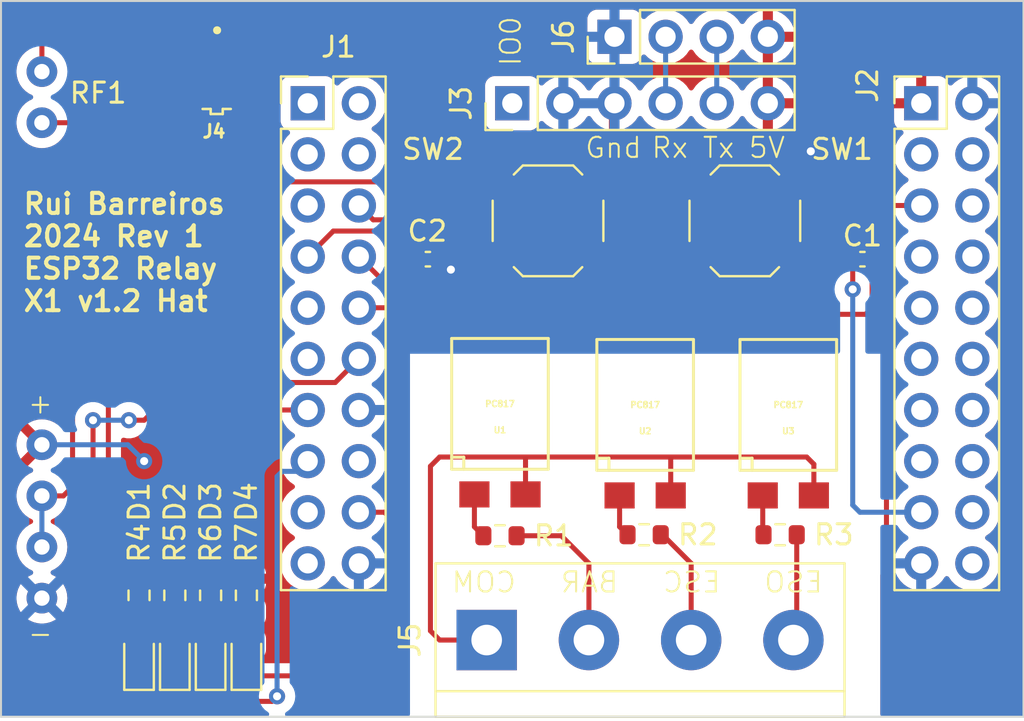
<source format=kicad_pcb>
(kicad_pcb (version 20240108) (generator "pcbnew") (generator_version "8.0")
  (layers (0 "F.Cu" signal) (31 "B.Cu" signal) (34 "B.Paste" user) (35 "F.Paste" user) (36 "B.SilkS" user "B.Silkscreen") (37 "F.SilkS" user "F.Silkscreen") (38 "B.Mask" user) (39 "F.Mask" user) (44 "Edge.Cuts" user))
  (net 0 "")
  (net 5 "ENDSTOP_OPEN")
  (net 6 "EN")
  (net 7 "ENDSTOP_CLOSED")
  (net 9 "BARRIER")
  (net 11 "PGM")
  (net 12 "Net-(D1-A)")
  (net 13 "GNDREF")
  (net 14 "STATUS_LED")
  (net 17 "Net-(D2-A)")
  (net 31 "ENDSTOP_O_LED")
  (net 34 "GND")
  (net 35 "Net-(R1-Pad2)")
  (net 36 "Net-(R2-Pad2)")
  (net 37 "Net-(R3-Pad2)")
  (net 38 "ENDSTOP_C_LED")
  (net 39 "Net-(D3-A)")
  (net 40 "BARRIER_LED")
  (net 41 "Net-(D4-A)")
  (net 43 "+5V")
  (net 44 "DATA")
  (net 45 "Net-(J5-Pin_2)")
  (net 46 "Net-(J5-Pin_3)")
  (net 47 "Net-(J5-Pin_4)")
  (net 48 "Net-(J3-Pin_4)")
  (net 49 "Net-(J3-Pin_5)")
  (net 52 "Net-(J4-Pin_2)")
  (net 53 "Net-(J4-Pin_1)")
  (footprint "Capacitor_SMD:C_0402_1005Metric" (layer "F.Cu") (at 135.509 58.547)
    (property "Reference" "C2" (at -0.028 -1.397 360) (layer "F.SilkS"))
    (property "Value" "100nF" (hide yes))
    (fp_line (start -0.107836 -0.36) (end 0.107836 -0.36) (stroke (width 0.12)) (layer "F.SilkS"))
    (fp_line (start -0.107836 0.36) (end 0.107836 0.36) (stroke (width 0.12)) (layer "F.SilkS"))
    (pad "1" smd roundrect (at -0.48 0) (size 0.56 0.62) (layers "F.Cu" "F.Paste" "F.Mask") (net 11 "PGM"))
    (pad "2" smd roundrect (at 0.48 0) (size 0.56 0.62) (layers "F.Cu" "F.Paste" "F.Mask") (net 13 "GNDREF"))
  )
  (footprint "buttler:RXB12" (layer "F.Cu") (at 117.094 61.722 -90)
    (property "Reference" "RF1" (at -11.43 -2.032 0) (layer "F.SilkS"))
    (property "Value" "~")
    (pad "1" thru_hole circle (at -12.4948 0.762 270) (size 1.524 1.524) (drill 0.762) (layers "*.Cu" "*.Mask") (net 53 "Net-(J4-Pin_1)"))
    (pad "2" thru_hole circle (at -9.9548 0.762 270) (size 1.524 1.524) (drill 0.762) (layers "*.Cu" "*.Mask") (net 52 "Net-(J4-Pin_2)"))
    (pad "3" thru_hole circle (at 6.0452 0.762 270) (size 1.524 1.524) (drill 0.762) (layers "*.Cu" "*.Mask") (net 43 "+5V"))
    (pad "4" thru_hole circle (at 8.5852 0.762 270) (size 1.524 1.524) (drill 0.762) (layers "*.Cu" "*.Mask") (net 44 "DATA"))
    (pad "5" thru_hole circle (at 11.1252 0.762 270) (size 1.524 1.524) (drill 0.762) (layers "*.Cu" "*.Mask") (net 44 "DATA"))
    (pad "6" thru_hole circle (at 13.6652 0.762 270) (size 1.524 1.524) (drill 0.762) (layers "*.Cu" "*.Mask") (net 13 "GNDREF"))
  )
  (footprint "Button_Switch_SMD:SW_SPST_TL3342" (layer "F.Cu") (at 141.478 56.642)
    (property "Reference" "SW2" (at -5.715 -3.556 180) (layer "F.SilkS"))
    (property "Value" "Pgm/Factory")
    (fp_line (start -2.75 -1) (end -2.75 1) (stroke (width 0.12)) (layer "F.SilkS"))
    (fp_line (start -1.7 -2.3) (end -1.25 -2.75) (stroke (width 0.12)) (layer "F.SilkS"))
    (fp_line (start -1.7 2.3) (end -1.25 2.75) (stroke (width 0.12)) (layer "F.SilkS"))
    (fp_line (start -1.25 -2.75) (end 1.25 -2.75) (stroke (width 0.12)) (layer "F.SilkS"))
    (fp_line (start -1.25 2.75) (end 1.25 2.75) (stroke (width 0.12)) (layer "F.SilkS"))
    (fp_line (start 1.7 -2.3) (end 1.25 -2.75) (stroke (width 0.12)) (layer "F.SilkS"))
    (fp_line (start 1.7 2.3) (end 1.25 2.75) (stroke (width 0.12)) (layer "F.SilkS"))
    (fp_line (start 2.75 -1) (end 2.75 1) (stroke (width 0.12)) (layer "F.SilkS"))
    (pad "1" smd rect (at -3.15 -1.9) (size 1.7 1) (layers "F.Cu" "F.Paste" "F.Mask") (net 13 "GNDREF"))
    (pad "1" smd rect (at 3.15 -1.9) (size 1.7 1) (layers "F.Cu" "F.Paste" "F.Mask") (net 13 "GNDREF"))
    (pad "2" smd rect (at -3.15 1.9) (size 1.7 1) (layers "F.Cu" "F.Paste" "F.Mask") (net 11 "PGM"))
    (pad "2" smd rect (at 3.15 1.9) (size 1.7 1) (layers "F.Cu" "F.Paste" "F.Mask") (net 11 "PGM"))
  )
  (footprint "LED_SMD:LED_0603_1608Metric" (layer "F.Cu") (at 122.936 78.4605 90)
    (property "Reference" "D2" (at 7.8485 0 90) (layer "F.SilkS"))
    (property "Value" "LED" (hide yes))
    (fp_line (start 0.8 -0.735) (end -1.485 -0.735) (stroke (width 0.12)) (layer "F.SilkS"))
    (fp_line (start -1.485 -0.735) (end -1.485 0.735) (stroke (width 0.12)) (layer "F.SilkS"))
    (fp_line (start -1.485 0.735) (end 0.8 0.735) (stroke (width 0.12)) (layer "F.SilkS"))
    (pad "1" smd roundrect (at -0.7875 0 90) (size 0.875 0.95) (layers "F.Cu" "F.Paste" "F.Mask") (net 31 "ENDSTOP_O_LED"))
    (pad "2" smd roundrect (at 0.7875 0 90) (size 0.875 0.95) (layers "F.Cu" "F.Paste" "F.Mask") (net 17 "Net-(D2-A)"))
  )
  (footprint "LED_SMD:LED_0603_1608Metric" (layer "F.Cu") (at 121.158 78.4605 90)
    (property "Reference" "D1" (at 7.8485 0 90) (layer "F.SilkS"))
    (property "Value" "LED" (hide yes))
    (fp_line (start 0.8 -0.735) (end -1.485 -0.735) (stroke (width 0.12)) (layer "F.SilkS"))
    (fp_line (start -1.485 -0.735) (end -1.485 0.735) (stroke (width 0.12)) (layer "F.SilkS"))
    (fp_line (start -1.485 0.735) (end 0.8 0.735) (stroke (width 0.12)) (layer "F.SilkS"))
    (pad "1" smd roundrect (at -0.7875 0 90) (size 0.875 0.95) (layers "F.Cu" "F.Paste" "F.Mask") (net 14 "STATUS_LED"))
    (pad "2" smd roundrect (at 0.7875 0 90) (size 0.875 0.95) (layers "F.Cu" "F.Paste" "F.Mask") (net 12 "Net-(D1-A)"))
  )
  (footprint "LED_SMD:LED_0603_1608Metric" (layer "F.Cu") (at 124.714 78.4605 90)
    (property "Reference" "D3" (at 7.8485 0 90) (layer "F.SilkS"))
    (property "Value" "LED" (hide yes))
    (fp_line (start 0.8 -0.735) (end -1.485 -0.735) (stroke (width 0.12)) (layer "F.SilkS"))
    (fp_line (start -1.485 -0.735) (end -1.485 0.735) (stroke (width 0.12)) (layer "F.SilkS"))
    (fp_line (start -1.485 0.735) (end 0.8 0.735) (stroke (width 0.12)) (layer "F.SilkS"))
    (pad "1" smd roundrect (at -0.7875 0 90) (size 0.875 0.95) (layers "F.Cu" "F.Paste" "F.Mask") (net 38 "ENDSTOP_C_LED"))
    (pad "2" smd roundrect (at 0.7875 0 90) (size 0.875 0.95) (layers "F.Cu" "F.Paste" "F.Mask") (net 39 "Net-(D3-A)"))
  )
  (footprint "Resistor_SMD:R_0603_1608Metric" (layer "F.Cu") (at 122.936 75.248 -90)
    (property "Reference" "R5" (at -2.604 0 90) (layer "F.SilkS"))
    (property "Value" "330r" (hide yes))
    (fp_line (start -0.237258 0.5225) (end 0.237258 0.5225) (stroke (width 0.12)) (layer "F.SilkS"))
    (fp_line (start -0.237258 -0.5225) (end 0.237258 -0.5225) (stroke (width 0.12)) (layer "F.SilkS"))
    (pad "1" smd roundrect (at -0.825 0 270) (size 0.8 0.95) (layers "F.Cu" "F.Paste" "F.Mask") (net 43 "+5V"))
    (pad "2" smd roundrect (at 0.825 0 270) (size 0.8 0.95) (layers "F.Cu" "F.Paste" "F.Mask") (net 17 "Net-(D2-A)"))
  )
  (footprint "Resistor_SMD:R_0603_1608Metric" (layer "F.Cu") (at 139.0904 72.2884 180)
    (property "Reference" "R1" (at -2.667 0 180) (layer "F.SilkS"))
    (property "Value" "330R" (hide yes))
    (fp_line (start -0.237258 0.5225) (end 0.237258 0.5225) (stroke (width 0.12)) (layer "F.SilkS"))
    (fp_line (start -0.237258 -0.5225) (end 0.237258 -0.5225) (stroke (width 0.12)) (layer "F.SilkS"))
    (pad "1" smd roundrect (at -0.825 0 180) (size 0.8 0.95) (layers "F.Cu" "F.Paste" "F.Mask") (net 45 "Net-(J5-Pin_2)"))
    (pad "2" smd roundrect (at 0.825 0 180) (size 0.8 0.95) (layers "F.Cu" "F.Paste" "F.Mask") (net 35 "Net-(R1-Pad2)"))
  )
  (footprint "schematic:OPTO-SMD4" (layer "F.Cu") (at 139.0904 65.7352)
    (property "Reference" "U1" (at 0 1.30048 360) (layer "F.SilkS") (effects (font (size 0.29972 0.29972) (thickness 0.0762))))
    (property "Value" "PC817" (at 0 0 360) (layer "F.SilkS") (effects (font (size 0.29972 0.29972) (thickness 0.0762))))
    (fp_line (start -2.4 -3.25) (end 2.4 -3.25) (stroke (width 0.15)) (layer "F.SilkS"))
    (fp_line (start -2.4 3.25) (end 2.4 3.25) (stroke (width 0.15)) (layer "F.SilkS"))
    (fp_line (start -2.39998 -3.24866) (end -2.39998 3.24866) (stroke (width 0.15)) (layer "F.SilkS"))
    (fp_line (start -2.39998 2.64922) (end -1.798 2.64922) (stroke (width 0.15)) (layer "F.SilkS"))
    (fp_line (start -1.798 2.64922) (end -1.798 3.24866) (stroke (width 0.15)) (layer "F.SilkS"))
    (fp_line (start 2.39998 -3.24866) (end 2.39998 3.24866) (stroke (width 0.15)) (layer "F.SilkS"))
    (pad "1" smd rect (at -1.27 4.49834 180) (size 1.4986 1.29794) (layers "F.Cu" "F.Paste" "F.Mask") (net 35 "Net-(R1-Pad2)"))
    (pad "2" smd rect (at 1.27 4.49834 180) (size 1.4986 1.29794) (layers "F.Cu" "F.Paste" "F.Mask") (net 34 "GND"))
    (pad "3" smd rect (at 1.27 -4.5) (size 1.4986 1.29794) (layers "F.Cu" "F.Paste" "F.Mask") (net 13 "GNDREF"))
    (pad "4" smd rect (at -1.27 -4.5) (size 1.4986 1.29794) (layers "F.Cu" "F.Paste" "F.Mask") (net 9 "BARRIER"))
  )
  (footprint "Capacitor_SMD:C_0402_1005Metric" (layer "F.Cu") (at 157.099 58.547)
    (property "Reference" "C1" (at 0 -1.16 360) (layer "F.SilkS"))
    (property "Value" "100nF" (hide yes))
    (fp_line (start -0.107836 -0.36) (end 0.107836 -0.36) (stroke (width 0.12)) (layer "F.SilkS"))
    (fp_line (start -0.107836 0.36) (end 0.107836 0.36) (stroke (width 0.12)) (layer "F.SilkS"))
    (pad "1" smd roundrect (at -0.48 0) (size 0.56 0.62) (layers "F.Cu" "F.Paste" "F.Mask") (net 6 "EN"))
    (pad "2" smd roundrect (at 0.48 0) (size 0.56 0.62) (layers "F.Cu" "F.Paste" "F.Mask") (net 13 "GNDREF"))
  )
  (footprint "LED_SMD:LED_0603_1608Metric" (layer "F.Cu") (at 126.492 78.4605 90)
    (property "Reference" "D4" (at 7.8485 0 90) (layer "F.SilkS"))
    (property "Value" "LED" (hide yes))
    (fp_line (start 0.8 -0.735) (end -1.485 -0.735) (stroke (width 0.12)) (layer "F.SilkS"))
    (fp_line (start -1.485 -0.735) (end -1.485 0.735) (stroke (width 0.12)) (layer "F.SilkS"))
    (fp_line (start -1.485 0.735) (end 0.8 0.735) (stroke (width 0.12)) (layer "F.SilkS"))
    (pad "1" smd roundrect (at -0.7875 0 90) (size 0.875 0.95) (layers "F.Cu" "F.Paste" "F.Mask") (net 40 "BARRIER_LED"))
    (pad "2" smd roundrect (at 0.7875 0 90) (size 0.875 0.95) (layers "F.Cu" "F.Paste" "F.Mask") (net 41 "Net-(D4-A)"))
  )
  (footprint "TerminalBlock:TerminalBlock_bornier-4_P5.08mm" (layer "F.Cu") (at 138.43 77.47)
    (property "Reference" "J5" (at -3.81 0 90) (layer "F.SilkS"))
    (property "Value" "IO")
    (fp_line (start -2.54 -3.81) (end -2.54 3.81) (stroke (width 0.12)) (layer "F.SilkS"))
    (fp_line (start -2.54 -3.81) (end 17.78 -3.81) (stroke (width 0.12)) (layer "F.SilkS"))
    (fp_line (start -2.54 3.81) (end 17.78 3.81) (stroke (width 0.12)) (layer "F.SilkS"))
    (fp_line (start 17.78 2.54) (end -2.54 2.54) (stroke (width 0.12)) (layer "F.SilkS"))
    (fp_line (start 17.78 3.81) (end 17.78 -3.81) (stroke (width 0.12)) (layer "F.SilkS"))
    (pad "1" thru_hole rect (at 0 0) (size 3 3) (drill 1.52) (layers "*.Cu" "*.Mask") (net 34 "GND"))
    (pad "2" thru_hole circle (at 5.08 0) (size 3 3) (drill 1.52) (layers "*.Cu" "*.Mask") (net 45 "Net-(J5-Pin_2)"))
    (pad "3" thru_hole circle (at 10.16 0) (size 3 3) (drill 1.52) (layers "*.Cu" "*.Mask") (net 46 "Net-(J5-Pin_3)"))
    (pad "4" thru_hole circle (at 15.24 0) (size 3 3) (drill 1.52) (layers "*.Cu" "*.Mask") (net 47 "Net-(J5-Pin_4)"))
  )
  (footprint "Resistor_SMD:R_0603_1608Metric" (layer "F.Cu") (at 124.714 75.248 -90)
    (property "Reference" "R6" (at -2.604 0 90) (layer "F.SilkS"))
    (property "Value" "330r" (hide yes))
    (fp_line (start -0.237258 0.5225) (end 0.237258 0.5225) (stroke (width 0.12)) (layer "F.SilkS"))
    (fp_line (start -0.237258 -0.5225) (end 0.237258 -0.5225) (stroke (width 0.12)) (layer "F.SilkS"))
    (pad "1" smd roundrect (at -0.825 0 270) (size 0.8 0.95) (layers "F.Cu" "F.Paste" "F.Mask") (net 43 "+5V"))
    (pad "2" smd roundrect (at 0.825 0 270) (size 0.8 0.95) (layers "F.Cu" "F.Paste" "F.Mask") (net 39 "Net-(D3-A)"))
  )
  (footprint "Resistor_SMD:R_0603_1608Metric" (layer "F.Cu") (at 153.0096 72.2376 180)
    (property "Reference" "R3" (at -2.667 0 180) (layer "F.SilkS"))
    (property "Value" "330R" (hide yes))
    (fp_line (start -0.237258 0.5225) (end 0.237258 0.5225) (stroke (width 0.12)) (layer "F.SilkS"))
    (fp_line (start -0.237258 -0.5225) (end 0.237258 -0.5225) (stroke (width 0.12)) (layer "F.SilkS"))
    (pad "1" smd roundrect (at -0.825 0 180) (size 0.8 0.95) (layers "F.Cu" "F.Paste" "F.Mask") (net 47 "Net-(J5-Pin_4)"))
    (pad "2" smd roundrect (at 0.825 0 180) (size 0.8 0.95) (layers "F.Cu" "F.Paste" "F.Mask") (net 37 "Net-(R3-Pad2)"))
  )
  (footprint "Connector_PinHeader_2.54mm:PinHeader_2x10_P2.54mm_Vertical" (layer "F.Cu") (at 160.02 50.8)
    (property "Reference" "J2" (at -2.667 -0.889 90) (layer "F.SilkS"))
    (property "Value" "HR" (hide yes))
    (fp_line (start -1.33 -1.33) (end 0 -1.33) (stroke (width 0.12)) (layer "F.SilkS"))
    (fp_line (start -1.33 0) (end -1.33 -1.33) (stroke (width 0.12)) (layer "F.SilkS"))
    (fp_line (start -1.33 1.27) (end -1.33 24.19) (stroke (width 0.12)) (layer "F.SilkS"))
    (fp_line (start -1.33 1.27) (end 1.27 1.27) (stroke (width 0.12)) (layer "F.SilkS"))
    (fp_line (start -1.33 24.19) (end 3.87 24.19) (stroke (width 0.12)) (layer "F.SilkS"))
    (fp_line (start 1.27 -1.33) (end 3.87 -1.33) (stroke (width 0.12)) (layer "F.SilkS"))
    (fp_line (start 1.27 1.27) (end 1.27 -1.33) (stroke (width 0.12)) (layer "F.SilkS"))
    (fp_line (start 3.87 -1.33) (end 3.87 24.19) (stroke (width 0.12)) (layer "F.SilkS"))
    (pad "1" thru_hole rect (at 0 0) (size 1.7 1.7) (drill 1) (layers "*.Cu" "*.Mask") (net 43 "+5V"))
    (pad "2" thru_hole oval (at 2.54 0) (size 1.7 1.7) (drill 1) (layers "*.Cu" "*.Mask") (net 13 "GNDREF"))
    (pad "3" thru_hole oval (at 0 2.54) (size 1.7 1.7) (drill 1) (layers "*.Cu" "*.Mask"))
    (pad "4" thru_hole oval (at 2.54 2.54) (size 1.7 1.7) (drill 1) (layers "*.Cu" "*.Mask"))
    (pad "5" thru_hole oval (at 0 5.08) (size 1.7 1.7) (drill 1) (layers "*.Cu" "*.Mask") (net 44 "DATA"))
    (pad "6" thru_hole oval (at 2.54 5.08) (size 1.7 1.7) (drill 1) (layers "*.Cu" "*.Mask"))
    (pad "7" thru_hole oval (at 0 7.62) (size 1.7 1.7) (drill 1) (layers "*.Cu" "*.Mask"))
    (pad "8" thru_hole oval (at 2.54 7.62) (size 1.7 1.7) (drill 1) (layers "*.Cu" "*.Mask"))
    (pad "9" thru_hole oval (at 0 10.16) (size 1.7 1.7) (drill 1) (layers "*.Cu" "*.Mask"))
    (pad "10" thru_hole oval (at 2.54 10.16) (size 1.7 1.7) (drill 1) (layers "*.Cu" "*.Mask"))
    (pad "11" thru_hole oval (at 0 12.7) (size 1.7 1.7) (drill 1) (layers "*.Cu" "*.Mask"))
    (pad "12" thru_hole oval (at 2.54 12.7) (size 1.7 1.7) (drill 1) (layers "*.Cu" "*.Mask"))
    (pad "13" thru_hole oval (at 0 15.24) (size 1.7 1.7) (drill 1) (layers "*.Cu" "*.Mask"))
    (pad "14" thru_hole oval (at 2.54 15.24) (size 1.7 1.7) (drill 1) (layers "*.Cu" "*.Mask"))
    (pad "15" thru_hole oval (at 0 17.78) (size 1.7 1.7) (drill 1) (layers "*.Cu" "*.Mask"))
    (pad "16" thru_hole oval (at 2.54 17.78) (size 1.7 1.7) (drill 1) (layers "*.Cu" "*.Mask"))
    (pad "17" thru_hole oval (at 0 20.32) (size 1.7 1.7) (drill 1) (layers "*.Cu" "*.Mask") (net 6 "EN"))
    (pad "18" thru_hole oval (at 2.54 20.32) (size 1.7 1.7) (drill 1) (layers "*.Cu" "*.Mask"))
    (pad "19" thru_hole oval (at 0 22.86) (size 1.7 1.7) (drill 1) (layers "*.Cu" "*.Mask") (net 13 "GNDREF"))
    (pad "20" thru_hole oval (at 2.54 22.86) (size 1.7 1.7) (drill 1) (layers "*.Cu" "*.Mask"))
  )
  (footprint "Connector_PinHeader_2.54mm:PinHeader_1x06_P2.54mm_Vertical" (layer "F.Cu") (at 139.7 50.8 90)
    (property "Reference" "J3" (at 0 -2.54 90) (layer "F.SilkS"))
    (property "Value" "ISP" (hide yes))
    (fp_line (start -1.33 -1.33) (end 0 -1.33) (stroke (width 0.12)) (layer "F.SilkS"))
    (fp_line (start -1.33 0) (end -1.33 -1.33) (stroke (width 0.12)) (layer "F.SilkS"))
    (fp_line (start 1.33 1.27) (end 1.33 14.03) (stroke (width 0.12)) (layer "F.SilkS"))
    (fp_line (start -1.33 1.27) (end 1.33 1.27) (stroke (width 0.12)) (layer "F.SilkS"))
    (fp_line (start -1.33 1.27) (end -1.33 14.03) (stroke (width 0.12)) (layer "F.SilkS"))
    (fp_line (start -1.33 14.03) (end 1.33 14.03) (stroke (width 0.12)) (layer "F.SilkS"))
    (pad "1" thru_hole rect (at 0 0 90) (size 1.7 1.7) (drill 1) (layers "*.Cu" "*.Mask"))
    (pad "2" thru_hole oval (at 0 2.54 90) (size 1.7 1.7) (drill 1) (layers "*.Cu" "*.Mask") (net 13 "GNDREF"))
    (pad "3" thru_hole oval (at 0 5.08 90) (size 1.7 1.7) (drill 1) (layers "*.Cu" "*.Mask") (net 13 "GNDREF"))
    (pad "4" thru_hole oval (at 0 7.62 90) (size 1.7 1.7) (drill 1) (layers "*.Cu" "*.Mask") (net 48 "Net-(J3-Pin_4)"))
    (pad "5" thru_hole oval (at 0 10.16 90) (size 1.7 1.7) (drill 1) (layers "*.Cu" "*.Mask") (net 49 "Net-(J3-Pin_5)"))
    (pad "6" thru_hole oval (at 0 12.7 90) (size 1.7 1.7) (drill 1) (layers "*.Cu" "*.Mask") (net 43 "+5V"))
  )
  (footprint "Resistor_SMD:R_0603_1608Metric" (layer "F.Cu") (at 126.492 75.248 -90)
    (property "Reference" "R7" (at -2.604 0 90) (layer "F.SilkS"))
    (property "Value" "330r" (hide yes))
    (fp_line (start -0.237258 0.5225) (end 0.237258 0.5225) (stroke (width 0.12)) (layer "F.SilkS"))
    (fp_line (start -0.237258 -0.5225) (end 0.237258 -0.5225) (stroke (width 0.12)) (layer "F.SilkS"))
    (pad "1" smd roundrect (at -0.825 0 270) (size 0.8 0.95) (layers "F.Cu" "F.Paste" "F.Mask") (net 43 "+5V"))
    (pad "2" smd roundrect (at 0.825 0 270) (size 0.8 0.95) (layers "F.Cu" "F.Paste" "F.Mask") (net 41 "Net-(D4-A)"))
  )
  (footprint "Connector_PinHeader_2.54mm:PinHeader_1x04_P2.54mm_Vertical" (layer "F.Cu") (at 144.78 47.498 90)
    (property "Reference" "J6" (at 0 -2.54 90) (layer "F.SilkS"))
    (property "Value" "ISP 2" (hide yes))
    (fp_line (start -1.33 -1.33) (end 0 -1.33) (stroke (width 0.12)) (layer "F.SilkS"))
    (fp_line (start -1.33 0) (end -1.33 -1.33) (stroke (width 0.12)) (layer "F.SilkS"))
    (fp_line (start 1.33 1.27) (end 1.33 8.95) (stroke (width 0.12)) (layer "F.SilkS"))
    (fp_line (start -1.33 1.27) (end 1.33 1.27) (stroke (width 0.12)) (layer "F.SilkS"))
    (fp_line (start -1.33 1.27) (end -1.33 8.95) (stroke (width 0.12)) (layer "F.SilkS"))
    (fp_line (start -1.33 8.95) (end 1.33 8.95) (stroke (width 0.12)) (layer "F.SilkS"))
    (pad "1" thru_hole rect (at 0 0 90) (size 1.7 1.7) (drill 1) (layers "*.Cu" "*.Mask") (net 13 "GNDREF"))
    (pad "2" thru_hole oval (at 0 2.54 90) (size 1.7 1.7) (drill 1) (layers "*.Cu" "*.Mask") (net 48 "Net-(J3-Pin_4)"))
    (pad "3" thru_hole oval (at 0 5.08 90) (size 1.7 1.7) (drill 1) (layers "*.Cu" "*.Mask") (net 49 "Net-(J3-Pin_5)"))
    (pad "4" thru_hole oval (at 0 7.62 90) (size 1.7 1.7) (drill 1) (layers "*.Cu" "*.Mask") (net 43 "+5V"))
  )
  (footprint "Resistor_SMD:R_0603_1608Metric" (layer "F.Cu") (at 146.2532 72.2376 180)
    (property "Reference" "R2" (at -2.667 0 180) (layer "F.SilkS"))
    (property "Value" "330R" (hide yes))
    (fp_line (start -0.237258 0.5225) (end 0.237258 0.5225) (stroke (width 0.12)) (layer "F.SilkS"))
    (fp_line (start -0.237258 -0.5225) (end 0.237258 -0.5225) (stroke (width 0.12)) (layer "F.SilkS"))
    (pad "1" smd roundrect (at -0.825 0 180) (size 0.8 0.95) (layers "F.Cu" "F.Paste" "F.Mask") (net 46 "Net-(J5-Pin_3)"))
    (pad "2" smd roundrect (at 0.825 0 180) (size 0.8 0.95) (layers "F.Cu" "F.Paste" "F.Mask") (net 36 "Net-(R2-Pad2)"))
  )
  (footprint "schematic:OPTO-SMD4" (layer "F.Cu") (at 146.304 65.786)
    (property "Reference" "U2" (at 0 1.30048 360) (layer "F.SilkS") (effects (font (size 0.29972 0.29972) (thickness 0.0762))))
    (property "Value" "PC817" (at 0 0 360) (layer "F.SilkS") (effects (font (size 0.29972 0.29972) (thickness 0.0762))))
    (fp_line (start -2.4 -3.25) (end 2.4 -3.25) (stroke (width 0.15)) (layer "F.SilkS"))
    (fp_line (start -2.4 3.25) (end 2.4 3.25) (stroke (width 0.15)) (layer "F.SilkS"))
    (fp_line (start -2.39998 -3.24866) (end -2.39998 3.24866) (stroke (width 0.15)) (layer "F.SilkS"))
    (fp_line (start -2.39998 2.64922) (end -1.798 2.64922) (stroke (width 0.15)) (layer "F.SilkS"))
    (fp_line (start -1.798 2.64922) (end -1.798 3.24866) (stroke (width 0.15)) (layer "F.SilkS"))
    (fp_line (start 2.39998 -3.24866) (end 2.39998 3.24866) (stroke (width 0.15)) (layer "F.SilkS"))
    (pad "1" smd rect (at -1.27 4.49834 180) (size 1.4986 1.29794) (layers "F.Cu" "F.Paste" "F.Mask") (net 36 "Net-(R2-Pad2)"))
    (pad "2" smd rect (at 1.27 4.49834 180) (size 1.4986 1.29794) (layers "F.Cu" "F.Paste" "F.Mask") (net 34 "GND"))
    (pad "3" smd rect (at 1.27 -4.5) (size 1.4986 1.29794) (layers "F.Cu" "F.Paste" "F.Mask") (net 13 "GNDREF"))
    (pad "4" smd rect (at -1.27 -4.5) (size 1.4986 1.29794) (layers "F.Cu" "F.Paste" "F.Mask") (net 7 "ENDSTOP_CLOSED"))
  )
  (footprint "buttler:IPEX_20279-001E-03" (layer "F.Cu") (at 125.017 49.784 180)
    (property "Reference" "J4" (at 0.134 -2.4168 0) (layer "F.SilkS") (effects (font (size 0.64063 0.64063))))
    (property "Value" "IPEX")
    (fp_line (start 0.7 -1.3) (end 0.3 -1.3) (stroke (width 0.127)) (layer "F.SilkS"))
    (fp_line (start 0.3 -1.3) (end 0.3 -1.55) (stroke (width 0.127)) (layer "F.SilkS"))
    (fp_line (start 0.3 -1.55) (end -0.3 -1.55) (stroke (width 0.127)) (layer "F.SilkS"))
    (fp_line (start -0.3 -1.3) (end -0.7 -1.3) (stroke (width 0.127)) (layer "F.SilkS"))
    (fp_line (start -0.3 -1.55) (end -0.3 -1.3) (stroke (width 0.127)) (layer "F.SilkS"))
    (fp_circle (center -0.02 2.61) (end 0.08 2.61) (stroke (width 0.2)) (fill none) (layer "F.SilkS"))
    (pad "1" smd rect (at 0 1.525 180) (size 1 1.05) (layers "F.Cu" "F.Paste" "F.Mask") (net 53 "Net-(J4-Pin_1)"))
    (pad "2" smd rect (at -1.475 0 180) (size 1.05 2.2) (layers "F.Cu" "F.Paste" "F.Mask") (net 52 "Net-(J4-Pin_2)"))
    (pad "2" smd rect (at 1.475 0 180) (size 1.05 2.2) (layers "F.Cu" "F.Paste" "F.Mask") (net 52 "Net-(J4-Pin_2)"))
    (zone (net 0) (net_name "") (layer "F.Cu") (connect_pads (clearance 0)) (min_thickness 0.01)
      (keepout (tracks not_allowed) (vias not_allowed) (pads not_allowed) (copperpour not_allowed) (footprints allowed))
      (fill (thermal_gap 0.508) (thermal_bridge_width 0.508))
      (polygon (pts (xy 126.067 50.784) (xy 123.967 50.784) (xy 123.967 48.884) (xy 126.067 48.884)))
    )
  )
  (footprint "Button_Switch_SMD:SW_SPST_TL3342" (layer "F.Cu") (at 151.257 56.642)
    (property "Reference" "SW1" (at 4.826 -3.556 180) (layer "F.SilkS"))
    (property "Value" "Reset")
    (fp_line (start -2.75 -1) (end -2.75 1) (stroke (width 0.12)) (layer "F.SilkS"))
    (fp_line (start -1.7 -2.3) (end -1.25 -2.75) (stroke (width 0.12)) (layer "F.SilkS"))
    (fp_line (start -1.7 2.3) (end -1.25 2.75) (stroke (width 0.12)) (layer "F.SilkS"))
    (fp_line (start -1.25 -2.75) (end 1.25 -2.75) (stroke (width 0.12)) (layer "F.SilkS"))
    (fp_line (start -1.25 2.75) (end 1.25 2.75) (stroke (width 0.12)) (layer "F.SilkS"))
    (fp_line (start 1.7 -2.3) (end 1.25 -2.75) (stroke (width 0.12)) (layer "F.SilkS"))
    (fp_line (start 1.7 2.3) (end 1.25 2.75) (stroke (width 0.12)) (layer "F.SilkS"))
    (fp_line (start 2.75 -1) (end 2.75 1) (stroke (width 0.12)) (layer "F.SilkS"))
    (pad "1" smd rect (at -3.15 -1.9) (size 1.7 1) (layers "F.Cu" "F.Paste" "F.Mask") (net 13 "GNDREF"))
    (pad "1" smd rect (at 3.15 -1.9) (size 1.7 1) (layers "F.Cu" "F.Paste" "F.Mask") (net 13 "GNDREF"))
    (pad "2" smd rect (at -3.15 1.9) (size 1.7 1) (layers "F.Cu" "F.Paste" "F.Mask") (net 6 "EN"))
    (pad "2" smd rect (at 3.15 1.9) (size 1.7 1) (layers "F.Cu" "F.Paste" "F.Mask") (net 6 "EN"))
  )
  (footprint "Resistor_SMD:R_0603_1608Metric" (layer "F.Cu") (at 121.158 75.248 -90)
    (property "Reference" "R4" (at -2.604 0 90) (layer "F.SilkS"))
    (property "Value" "330r" (hide yes))
    (fp_line (start -0.237258 0.5225) (end 0.237258 0.5225) (stroke (width 0.12)) (layer "F.SilkS"))
    (fp_line (start -0.237258 -0.5225) (end 0.237258 -0.5225) (stroke (width 0.12)) (layer "F.SilkS"))
    (pad "1" smd roundrect (at -0.825 0 270) (size 0.8 0.95) (layers "F.Cu" "F.Paste" "F.Mask") (net 43 "+5V"))
    (pad "2" smd roundrect (at 0.825 0 270) (size 0.8 0.95) (layers "F.Cu" "F.Paste" "F.Mask") (net 12 "Net-(D1-A)"))
  )
  (footprint "Connector_PinHeader_2.54mm:PinHeader_2x10_P2.54mm_Vertical" (layer "F.Cu") (at 129.54 50.8)
    (property "Reference" "J1" (at 1.524 -2.794 180) (layer "F.SilkS"))
    (property "Value" "HL" (hide yes))
    (fp_line (start -1.33 -1.33) (end 0 -1.33) (stroke (width 0.12)) (layer "F.SilkS"))
    (fp_line (start -1.33 0) (end -1.33 -1.33) (stroke (width 0.12)) (layer "F.SilkS"))
    (fp_line (start -1.33 1.27) (end -1.33 24.19) (stroke (width 0.12)) (layer "F.SilkS"))
    (fp_line (start -1.33 1.27) (end 1.27 1.27) (stroke (width 0.12)) (layer "F.SilkS"))
    (fp_line (start -1.33 24.19) (end 3.87 24.19) (stroke (width 0.12)) (layer "F.SilkS"))
    (fp_line (start 1.27 -1.33) (end 3.87 -1.33) (stroke (width 0.12)) (layer "F.SilkS"))
    (fp_line (start 1.27 1.27) (end 1.27 -1.33) (stroke (width 0.12)) (layer "F.SilkS"))
    (fp_line (start 3.87 -1.33) (end 3.87 24.19) (stroke (width 0.12)) (layer "F.SilkS"))
    (pad "1" thru_hole rect (at 0 0) (size 1.7 1.7) (drill 1) (layers "*.Cu" "*.Mask"))
    (pad "2" thru_hole oval (at 2.54 0) (size 1.7 1.7) (drill 1) (layers "*.Cu" "*.Mask"))
    (pad "3" thru_hole oval (at 0 2.54) (size 1.7 1.7) (drill 1) (layers "*.Cu" "*.Mask"))
    (pad "4" thru_hole oval (at 2.54 2.54) (size 1.7 1.7) (drill 1) (layers "*.Cu" "*.Mask"))
    (pad "5" thru_hole oval (at 0 5.08) (size 1.7 1.7) (drill 1) (layers "*.Cu" "*.Mask"))
    (pad "6" thru_hole oval (at 2.54 5.08) (size 1.7 1.7) (drill 1) (layers "*.Cu" "*.Mask") (net 5 "ENDSTOP_OPEN"))
    (pad "7" thru_hole oval (at 0 7.62) (size 1.7 1.7) (drill 1) (layers "*.Cu" "*.Mask") (net 11 "PGM"))
    (pad "8" thru_hole oval (at 2.54 7.62) (size 1.7 1.7) (drill 1) (layers "*.Cu" "*.Mask") (net 7 "ENDSTOP_CLOSED"))
    (pad "9" thru_hole oval (at 0 10.16) (size 1.7 1.7) (drill 1) (layers "*.Cu" "*.Mask"))
    (pad "10" thru_hole oval (at 2.54 10.16) (size 1.7 1.7) (drill 1) (layers "*.Cu" "*.Mask") (net 9 "BARRIER"))
    (pad "11" thru_hole oval (at 0 12.7) (size 1.7 1.7) (drill 1) (layers "*.Cu" "*.Mask"))
    (pad "12" thru_hole oval (at 2.54 12.7) (size 1.7 1.7) (drill 1) (layers "*.Cu" "*.Mask") (net 14 "STATUS_LED"))
    (pad "13" thru_hole oval (at 0 15.24) (size 1.7 1.7) (drill 1) (layers "*.Cu" "*.Mask") (net 31 "ENDSTOP_O_LED"))
    (pad "14" thru_hole oval (at 2.54 15.24) (size 1.7 1.7) (drill 1) (layers "*.Cu" "*.Mask") (net 13 "GNDREF"))
    (pad "15" thru_hole oval (at 0 17.78) (size 1.7 1.7) (drill 1) (layers "*.Cu" "*.Mask") (net 38 "ENDSTOP_C_LED"))
    (pad "16" thru_hole oval (at 2.54 17.78) (size 1.7 1.7) (drill 1) (layers "*.Cu" "*.Mask"))
    (pad "17" thru_hole oval (at 0 20.32) (size 1.7 1.7) (drill 1) (layers "*.Cu" "*.Mask"))
    (pad "18" thru_hole oval (at 2.54 20.32) (size 1.7 1.7) (drill 1) (layers "*.Cu" "*.Mask") (net 40 "BARRIER_LED"))
    (pad "19" thru_hole oval (at 0 22.86) (size 1.7 1.7) (drill 1) (layers "*.Cu" "*.Mask"))
    (pad "20" thru_hole oval (at 2.54 22.86) (size 1.7 1.7) (drill 1) (layers "*.Cu" "*.Mask") (net 13 "GNDREF"))
  )
  (footprint "schematic:OPTO-SMD4" (layer "F.Cu") (at 153.416 65.786)
    (property "Reference" "U3" (at 0 1.30048 360) (layer "F.SilkS") (effects (font (size 0.29972 0.29972) (thickness 0.0762))))
    (property "Value" "PC817" (at 0 0 360) (layer "F.SilkS") (effects (font (size 0.29972 0.29972) (thickness 0.0762))))
    (fp_line (start -2.4 -3.25) (end 2.4 -3.25) (stroke (width 0.15)) (layer "F.SilkS"))
    (fp_line (start -2.4 3.25) (end 2.4 3.25) (stroke (width 0.15)) (layer "F.SilkS"))
    (fp_line (start -2.39998 -3.24866) (end -2.39998 3.24866) (stroke (width 0.15)) (layer "F.SilkS"))
    (fp_line (start -2.39998 2.64922) (end -1.798 2.64922) (stroke (width 0.15)) (layer "F.SilkS"))
    (fp_line (start -1.798 2.64922) (end -1.798 3.24866) (stroke (width 0.15)) (layer "F.SilkS"))
    (fp_line (start 2.39998 -3.24866) (end 2.39998 3.24866) (stroke (width 0.15)) (layer "F.SilkS"))
    (pad "1" smd rect (at -1.27 4.49834 180) (size 1.4986 1.29794) (layers "F.Cu" "F.Paste" "F.Mask") (net 37 "Net-(R3-Pad2)"))
    (pad "2" smd rect (at 1.27 4.49834 180) (size 1.4986 1.29794) (layers "F.Cu" "F.Paste" "F.Mask") (net 34 "GND"))
    (pad "3" smd rect (at 1.27 -4.5) (size 1.4986 1.29794) (layers "F.Cu" "F.Paste" "F.Mask") (net 13 "GNDREF"))
    (pad "4" smd rect (at -1.27 -4.5) (size 1.4986 1.29794) (layers "F.Cu" "F.Paste" "F.Mask") (net 5 "ENDSTOP_OPEN"))
  )
  (gr_line (start 165.1 45.72) (end 165.1 81.28) (stroke (width 0.1)) (layer "Edge.Cuts"))
  (gr_line (start 165.1 81.28) (end 114.3 81.28) (stroke (width 0.1)) (layer "Edge.Cuts"))
  (gr_line (start 114.3 45.72) (end 165.1 45.72) (stroke (width 0.1)) (layer "Edge.Cuts"))
  (gr_line (start 114.3 81.28) (end 114.3 45.72) (stroke (width 0.1)) (layer "Edge.Cuts"))
  (gr_text "Rui Barreiros \n2024 Rev 1\nESP32 Relay \nX1 v1.2 Hat" (at 115.316 61.214 0) (layer "F.SilkS") (effects (font (size 1 1) (thickness 0.2) (bold yes)) (justify left bottom)))
  (gr_text "Gnd" (at 143.256 53.594 0) (layer "F.SilkS") (effects (font (size 1 1) (thickness 0.1)) (justify left bottom)))
  (gr_text "ESO" (at 155.194 75.184 0) (layer "F.SilkS") (effects (font (size 1 1) (thickness 0.1)) (justify left bottom mirror)))
  (gr_text "-" (at 115.57 77.724 0) (layer "F.SilkS") (effects (font (size 1 1) (thickness 0.1)) (justify left bottom)))
  (gr_text "BAR" (at 145.034 75.184 0) (layer "F.SilkS") (effects (font (size 1 1) (thickness 0.1)) (justify left bottom mirror)))
  (gr_text "Tx" (at 149.098 53.594 0) (layer "F.SilkS") (effects (font (size 1 1) (thickness 0.1)) (justify left bottom)))
  (gr_text "ESC" (at 150.114 75.184 0) (layer "F.SilkS") (effects (font (size 1 1) (thickness 0.1)) (justify left bottom mirror)))
  (gr_text "Rx" (at 146.558 53.594 0) (layer "F.SilkS") (effects (font (size 1 1) (thickness 0.1)) (justify left bottom)))
  (gr_text "IO0" (at 140.208 49.022 90) (layer "F.SilkS") (effects (font (size 1 1) (thickness 0.1)) (justify left bottom)))
  (gr_text "5V" (at 151.384 53.594 0) (layer "F.SilkS") (effects (font (size 1 1) (thickness 0.1)) (justify left bottom)))
  (gr_text "+" (at 115.57 66.294 0) (layer "F.SilkS") (effects (font (size 1 1) (thickness 0.1)) (justify left bottom)))
  (gr_text "COM" (at 139.954 75.184 0) (layer "F.SilkS") (effects (font (size 1 1) (thickness 0.1)) (justify left bottom mirror)))
  (segment (start 150.6516 59.7916) (end 152.146 61.286) (width 0.25) (layer "F.Cu") (net 5))
  (segment (start 146.3548 56.8452) (end 146.3548 59.4868) (width 0.25) (layer "F.Cu") (net 5))
  (segment (start 146.1008 56.5912) (end 146.3548 56.8452) (width 0.25) (layer "F.Cu") (net 5))
  (segment (start 146.3548 59.4868) (end 146.6596 59.7916) (width 0.25) (layer "F.Cu") (net 5))
  (segment (start 132.08 55.88) (end 132.7912 56.5912) (width 0.25) (layer "F.Cu") (net 5))
  (segment (start 146.6596 59.7916) (end 150.6516 59.7916) (width 0.25) (layer "F.Cu") (net 5))
  (segment (start 132.7912 56.5912) (end 146.1008 56.5912) (width 0.25) (layer "F.Cu") (net 5))
  (segment (start 156.6164 60.0456) (end 156.6164 58.5496) (width 0.25) (layer "F.Cu") (net 6))
  (segment (start 156.6164 58.5496) (end 156.619 58.547) (width 0.25) (layer "F.Cu") (net 6))
  (segment (start 154.407 58.542) (end 156.614 58.542) (width 0.25) (layer "F.Cu") (net 6))
  (segment (start 155.042 58.542) (end 148.742 58.542) (width 0.25) (layer "F.Cu") (net 6))
  (segment (start 156.614 58.542) (end 156.619 58.547) (width 0.25) (layer "F.Cu") (net 6))
  (segment (start 155.067 58.567) (end 155.042 58.542) (width 0.25) (layer "F.Cu") (net 6))
  (via (at 156.6164 60.0456) (size 0.8) (drill 0.4) (layers "F.Cu" "B.Cu") (net 6))
  (segment (start 160.02 71.12) (end 156.972 71.12) (width 0.25) (layer "B.Cu") (net 6))
  (segment (start 156.6164 70.7644) (end 156.6164 60.0456) (width 0.25) (layer "B.Cu") (net 6))
  (segment (start 156.972 71.12) (end 156.6164 70.7644) (width 0.25) (layer "B.Cu") (net 6))
  (segment (start 133.4516 59.7916) (end 143.5396 59.7916) (width 0.25) (layer "F.Cu") (net 7))
  (segment (start 132.08 58.42) (end 133.4516 59.7916) (width 0.25) (layer "F.Cu") (net 7))
  (segment (start 143.5396 59.7916) (end 145.034 61.286) (width 0.25) (layer "F.Cu") (net 7))
  (segment (start 132.08 60.96) (end 137.5452 60.96) (width 0.25) (layer "F.Cu") (net 9))
  (segment (start 137.5452 60.96) (end 137.8204 61.2352) (width 0.25) (layer "F.Cu") (net 9))
  (segment (start 130.81 57.15) (end 135.0264 57.15) (width 0.25) (layer "F.Cu") (net 11))
  (segment (start 129.54 58.42) (end 130.81 57.15) (width 0.25) (layer "F.Cu") (net 11))
  (segment (start 135.0264 57.15) (end 136.936 57.15) (width 0.25) (layer "F.Cu") (net 11))
  (segment (start 136.936 57.15) (end 138.328 58.542) (width 0.25) (layer "F.Cu") (net 11))
  (segment (start 135.029 58.547) (end 135.029 57.1526) (width 0.25) (layer "F.Cu") (net 11))
  (segment (start 138.328 58.542) (end 144.628 58.542) (width 0.25) (layer "F.Cu") (net 11))
  (segment (start 135.029 57.1526) (end 135.0264 57.15) (width 0.25) (layer "F.Cu") (net 11))
  (segment (start 121.158 77.673) (end 121.158 76.073) (width 0.25) (layer "F.Cu") (net 12))
  (segment (start 140.3604 62.5348) (end 140.7668 62.9412) (width 0.25) (layer "F.Cu") (net 13))
  (segment (start 136.1324 58.547) (end 136.652 59.0666) (width 0.25) (layer "F.Cu") (net 13))
  (segment (start 154.4828 62.9412) (end 154.686 62.738) (width 0.25) (layer "F.Cu") (net 13))
  (segment (start 158.2928 61.6712) (end 157.5816 60.96) (width 0.25) (layer "F.Cu") (net 13))
  (segment (start 157.2556 61.286) (end 157.5816 60.96) (width 0.25) (layer "F.Cu") (net 13))
  (segment (start 157.5816 60.96) (end 157.579 60.9574) (width 0.25) (layer "F.Cu") (net 13))
  (segment (start 147.574 62.5856) (end 147.9296 62.9412) (width 0.25) (layer "F.Cu") (net 13))
  (segment (start 135.989 58.547) (end 136.1324 58.547) (width 0.25) (layer "F.Cu") (net 13))
  (segment (start 144.628 54.742) (end 148.107 54.742) (width 0.25) (layer "F.Cu") (net 13))
  (segment (start 144.628 54.742) (end 144.628 50.952) (width 0.25) (layer "F.Cu") (net 13))
  (segment (start 158.5976 73.66) (end 158.2928 73.3552) (width 0.25) (layer "F.Cu") (net 13))
  (segment (start 138.328 54.742) (end 141.478 54.742) (width 0.25) (layer "F.Cu") (net 13))
  (segment (start 144.628 50.952) (end 144.78 50.8) (width 0.25) (layer "F.Cu") (net 13))
  (segment (start 141.478 54.742) (end 144.628 54.742) (width 0.25) (layer "F.Cu") (net 13))
  (segment (start 154.5336 54.6154) (end 154.407 54.742) (width 0.25) (layer "F.Cu") (net 13))
  (segment (start 158.2928 73.3552) (end 158.2928 61.6712) (width 0.25) (layer "F.Cu") (net 13))
  (segment (start 148.107 54.742) (end 154.407 54.742) (width 0.25) (layer "F.Cu") (net 13))
  (segment (start 147.2184 62.9412) (end 147.574 62.5856) (width 0.25) (layer "F.Cu") (net 13))
  (segment (start 154.686 61.286) (end 157.2556 61.286) (width 0.25) (layer "F.Cu") (net 13))
  (segment (start 140.7668 62.9412) (end 147.2184 62.9412) (width 0.25) (layer "F.Cu") (net 13))
  (segment (start 154.5336 53.1876) (end 154.5336 54.6154) (width 0.25) (layer "F.Cu") (net 13))
  (segment (start 160.02 73.66) (end 158.5976 73.66) (width 0.25) (layer "F.Cu") (net 13))
  (segment (start 147.574 62.5856) (end 147.574 61.286) (width 0.25) (layer "F.Cu") (net 13))
  (segment (start 140.3604 61.2352) (end 140.3604 62.5348) (width 0.25) (layer "F.Cu") (net 13))
  (segment (start 147.9296 62.9412) (end 154.4828 62.9412) (width 0.25) (layer "F.Cu") (net 13))
  (segment (start 154.686 62.738) (end 154.686 61.286) (width 0.25) (layer "F.Cu") (net 13))
  (segment (start 157.579 60.9574) (end 157.579 58.547) (width 0.25) (layer "F.Cu") (net 13))
  (via (at 154.5336 53.1876) (size 0.8) (drill 0.4) (layers "F.Cu" "B.Cu") (net 13))
  (via (at 136.652 59.0666) (size 0.8) (drill 0.4) (layers "F.Cu" "B.Cu") (net 13))
  (segment (start 136.652 59.6392) (end 134.0104 62.2808) (width 0.25) (layer "B.Cu") (net 13))
  (segment (start 162.56 48.8696) (end 162.3568 48.6664) (width 0.25) (layer "B.Cu") (net 13))
  (segment (start 133.2992 66.04) (end 132.08 66.04) (width 0.25) (layer "B.Cu") (net 13))
  (segment (start 134.0104 62.2808) (end 134.0104 65.3288) (width 0.25) (layer "B.Cu") (net 13))
  (segment (start 136.652 59.0666) (end 136.652 59.6392) (width 0.25) (layer "B.Cu") (net 13))
  (segment (start 134.0104 65.3288) (end 133.2992 66.04) (width 0.25) (layer "B.Cu") (net 13))
  (segment (start 162.3568 48.6664) (end 154.686 48.6664) (width 0.25) (layer "B.Cu") (net 13))
  (segment (start 154.5336 48.8188) (end 154.5336 53.1876) (width 0.25) (layer "B.Cu") (net 13))
  (segment (start 162.56 50.8) (end 162.56 48.8696) (width 0.25) (layer "B.Cu") (net 13))
  (segment (start 154.686 48.6664) (end 154.5336 48.8188) (width 0.25) (layer "B.Cu") (net 13))
  (segment (start 121.158 79.248) (end 119.888 79.248) (width 0.25) (layer "F.Cu") (net 14))
  (segment (start 119.634 65.278) (end 120.237 64.675) (width 0.25) (layer "F.Cu") (net 14))
  (segment (start 130.905 64.675) (end 132.08 63.5) (width 0.25) (layer "F.Cu") (net 14))
  (segment (start 120.237 64.675) (end 130.905 64.675) (width 0.25) (layer "F.Cu") (net 14))
  (segment (start 119.888 79.248) (end 119.634 78.994) (width 0.25) (layer "F.Cu") (net 14))
  (segment (start 119.634 78.994) (end 119.634 65.278) (width 0.25) (layer "F.Cu") (net 14))
  (segment (start 122.936 76.073) (end 122.936 77.673) (width 0.25) (layer "F.Cu") (net 17))
  (segment (start 120.65 66.548) (end 121.412 66.548) (width 0.25) (layer "F.Cu") (net 31))
  (segment (start 122.936 80.264) (end 122.682 80.518) (width 0.25) (layer "F.Cu") (net 31))
  (segment (start 119.126 80.518) (end 118.872 80.264) (width 0.25) (layer "F.Cu") (net 31))
  (segment (start 118.872 80.264) (end 118.872 66.548) (width 0.25) (layer "F.Cu") (net 31))
  (segment (start 122.936 79.248) (end 122.936 80.264) (width 0.25) (layer "F.Cu") (net 31))
  (segment (start 121.412 66.548) (end 121.92 66.04) (width 0.25) (layer "F.Cu") (net 31))
  (segment (start 122.682 80.518) (end 119.126 80.518) (width 0.25) (layer "F.Cu") (net 31))
  (segment (start 121.92 66.04) (end 129.54 66.04) (width 0.25) (layer "F.Cu") (net 31))
  (via (at 120.65 66.548) (size 0.8) (drill 0.4) (layers "F.Cu" "B.Cu") (net 31))
  (via (at 118.872 66.548) (size 0.8) (drill 0.4) (layers "F.Cu" "B.Cu") (net 31))
  (segment (start 118.872 66.548) (end 120.65 66.548) (width 0.25) (layer "B.Cu") (net 31))
  (segment (start 136.0932 77.47) (end 135.636 77.0128) (width 0.25) (layer "F.Cu") (net 34))
  (segment (start 140.3604 68.3768) (end 147.574 68.3768) (width 0.25) (layer "F.Cu") (net 34))
  (segment (start 140.3604 70.23354) (end 140.3604 68.3768) (width 0.25) (layer "F.Cu") (net 34))
  (segment (start 138.43 77.47) (end 136.0932 77.47) (width 0.25) (layer "F.Cu") (net 34))
  (segment (start 135.636 77.0128) (end 135.636 68.834) (width 0.25) (layer "F.Cu") (net 34))
  (segment (start 147.574 70.28434) (end 147.574 68.3768) (width 0.25) (layer "F.Cu") (net 34))
  (segment (start 136.0932 68.3768) (end 140.3604 68.3768) (width 0.25) (layer "F.Cu") (net 34))
  (segment (start 147.574 68.3768) (end 154.3304 68.3768) (width 0.25) (layer "F.Cu") (net 34))
  (segment (start 154.686 68.7324) (end 154.686 70.28434) (width 0.25) (layer "F.Cu") (net 34))
  (segment (start 154.3304 68.3768) (end 154.686 68.7324) (width 0.25) (layer "F.Cu") (net 34))
  (segment (start 135.636 68.834) (end 136.0932 68.3768) (width 0.25) (layer "F.Cu") (net 34))
  (segment (start 137.8204 70.23354) (end 137.8204 71.8434) (width 0.25) (layer "F.Cu") (net 35))
  (segment (start 137.8204 71.8434) (end 138.2654 72.2884) (width 0.25) (layer "F.Cu") (net 35))
  (segment (start 145.034 70.28434) (end 145.034 71.8434) (width 0.25) (layer "F.Cu") (net 36))
  (segment (start 145.034 71.8434) (end 145.4282 72.2376) (width 0.25) (layer "F.Cu") (net 36))
  (segment (start 152.146 70.28434) (end 152.146 72.199) (width 0.25) (layer "F.Cu") (net 37))
  (segment (start 152.146 72.199) (end 152.1846 72.2376) (width 0.25) (layer "F.Cu") (net 37))
  (segment (start 124.714 80.264) (end 124.968 80.518) (width 0.25) (layer "F.Cu") (net 38))
  (segment (start 127.762 80.518) (end 128.016 80.264) (width 0.25) (layer "F.Cu") (net 38))
  (segment (start 124.714 79.248) (end 124.714 80.264) (width 0.25) (layer "F.Cu") (net 38))
  (segment (start 124.968 80.518) (end 127.762 80.518) (width 0.25) (layer "F.Cu") (net 38))
  (via (at 128.016 80.264) (size 0.8) (drill 0.4) (layers "F.Cu" "B.Cu") (net 38))
  (segment (start 129.032 69.088) (end 129.54 68.58) (width 0.25) (layer "B.Cu") (net 38))
  (segment (start 128.016 69.342) (end 128.27 69.088) (width 0.25) (layer "B.Cu") (net 38))
  (segment (start 128.016 80.264) (end 128.016 69.342) (width 0.25) (layer "B.Cu") (net 38))
  (segment (start 128.27 69.088) (end 129.032 69.088) (width 0.25) (layer "B.Cu") (net 38))
  (segment (start 124.714 77.673) (end 124.714 76.073) (width 0.25) (layer "F.Cu") (net 39))
  (segment (start 133.604 79.248) (end 133.858 78.994) (width 0.25) (layer "F.Cu") (net 40))
  (segment (start 133.858 71.628) (end 133.35 71.12) (width 0.25) (layer "F.Cu") (net 40))
  (segment (start 126.492 79.248) (end 133.604 79.248) (width 0.25) (layer "F.Cu") (net 40))
  (segment (start 133.35 71.12) (end 132.08 71.12) (width 0.25) (layer "F.Cu") (net 40))
  (segment (start 133.858 78.994) (end 133.858 71.628) (width 0.25) (layer "F.Cu") (net 40))
  (segment (start 126.492 76.073) (end 126.492 77.673) (width 0.25) (layer "F.Cu") (net 41))
  (via (at 121.412 68.58) (size 0.8) (drill 0.4) (layers "F.Cu" "B.Cu") (net 43))
  (segment (start 116.332 67.7672) (end 120.5992 67.7672) (width 0.25) (layer "B.Cu") (net 43))
  (segment (start 120.5992 67.7672) (end 121.412 68.58) (width 0.25) (layer "B.Cu") (net 43))
  (segment (start 117.856 69.85) (end 117.856 65.024) (width 0.25) (layer "F.Cu") (net 44))
  (segment (start 127.159 54.705) (end 134.207 54.705) (width 0.25) (layer "F.Cu") (net 44))
  (segment (start 116.332 70.3072) (end 117.3988 70.3072) (width 0.25) (layer "F.Cu") (net 44))
  (segment (start 135.382 55.88) (end 160.02 55.88) (width 0.25) (layer "F.Cu") (net 44))
  (segment (start 117.856 65.024) (end 119.38 63.5) (width 0.25) (layer "F.Cu") (net 44))
  (segment (start 119.38 63.5) (end 125.984 63.5) (width 0.25) (layer "F.Cu") (net 44))
  (segment (start 134.207 54.705) (end 135.382 55.88) (width 0.25) (layer "F.Cu") (net 44))
  (segment (start 126.492 55.372) (end 127.159 54.705) (width 0.25) (layer "F.Cu") (net 44))
  (segment (start 117.3988 70.3072) (end 117.856 69.85) (width 0.25) (layer "F.Cu") (net 44))
  (segment (start 125.984 63.5) (end 126.492 62.992) (width 0.25) (layer "F.Cu") (net 44))
  (segment (start 126.492 62.992) (end 126.492 55.372) (width 0.25) (layer "F.Cu") (net 44))
  (segment (start 116.332 70.3072) (end 116.332 72.8472) (width 0.25) (layer "B.Cu") (net 44))
  (segment (start 143.51 73.66) (end 143.51 77.47) (width 0.25) (layer "F.Cu") (net 45))
  (segment (start 139.9154 72.2884) (end 142.1384 72.2884) (width 0.25) (layer "F.Cu") (net 45))
  (segment (start 142.1384 72.2884) (end 143.51 73.66) (width 0.25) (layer "F.Cu") (net 45))
  (segment (start 147.1676 72.2376) (end 148.59 73.66) (width 0.25) (layer "F.Cu") (net 46))
  (segment (start 148.59 73.66) (end 148.59 77.47) (width 0.25) (layer "F.Cu") (net 46))
  (segment (start 147.0782 72.2376) (end 147.1676 72.2376) (width 0.25) (layer "F.Cu") (net 46))
  (segment (start 153.8346 77.3054) (end 153.67 77.47) (width 0.25) (layer "F.Cu") (net 47))
  (segment (start 153.8346 72.2376) (end 153.8346 77.3054) (width 0.25) (layer "F.Cu") (net 47))
  (segment (start 147.32 47.498) (end 147.32 50.8) (width 0.25) (layer "B.Cu") (net 48))
  (segment (start 149.86 47.498) (end 149.86 50.8) (width 0.25) (layer "B.Cu") (net 49))
  (segment (start 116.332 51.7672) (end 123.2388 51.7672) (width 0.25) (layer "F.Cu") (net 52))
  (segment (start 123.542 50.535778) (end 123.915222 50.909) (width 0.25) (layer "F.Cu") (net 52))
  (segment (start 123.542 51.464) (end 123.542 49.784) (width 0.25) (layer "F.Cu") (net 52))
  (segment (start 126.492 50.535778) (end 126.492 49.784) (width 0.25) (layer "F.Cu") (net 52))
  (segment (start 123.542 49.784) (end 123.542 50.535778) (width 0.25) (layer "F.Cu") (net 52))
  (segment (start 123.915222 50.909) (end 126.118778 50.909) (width 0.25) (layer "F.Cu") (net 52))
  (segment (start 123.2388 51.7672) (end 123.542 51.464) (width 0.25) (layer "F.Cu") (net 52))
  (segment (start 126.118778 50.909) (end 126.492 50.535778) (width 0.25) (layer "F.Cu") (net 52))
  (segment (start 125.017 47.547) (end 125.017 48.259) (width 0.25) (layer "F.Cu") (net 53))
  (segment (start 124.714 47.244) (end 125.017 47.547) (width 0.25) (layer "F.Cu") (net 53))
  (segment (start 116.332 49.2272) (end 116.332 47.498) (width 0.25) (layer "F.Cu") (net 53))
  (segment (start 116.586 47.244) (end 124.714 47.244) (width 0.25) (layer "F.Cu") (net 53))
  (segment (start 116.332 47.498) (end 116.586 47.244) (width 0.25) (layer "F.Cu") (net 53))
  (zone (net 43) (net_name "+5V") (layer "F.Cu") (connect_pads (clearance 0.5)) (min_thickness 0.25) (fill yes (thermal_gap 0.5) (thermal_bridge_width 0.5))
    (polygon (pts (xy 114.3 45.72) (xy 114.3 81.28) (xy 134.62 81.28) (xy 134.62 63.246) (xy 157.988 63.246) (xy 157.988 81.28) (xy 165.1 81.28) (xy 165.1 45.72)))
  )
  (zone (net 13) (net_name "GNDREF") (layer "B.Cu") (priority 1) (connect_pads (clearance 0.5)) (min_thickness 0.25) (fill yes (thermal_gap 0.5) (thermal_bridge_width 0.5))
    (polygon (pts (xy 114.3 45.72) (xy 114.3 81.28) (xy 134.62 81.28) (xy 134.62 63.246) (xy 157.988 63.246) (xy 157.988 81.28) (xy 165.1 81.28) (xy 165.1 45.72)))
  )
)
</source>
